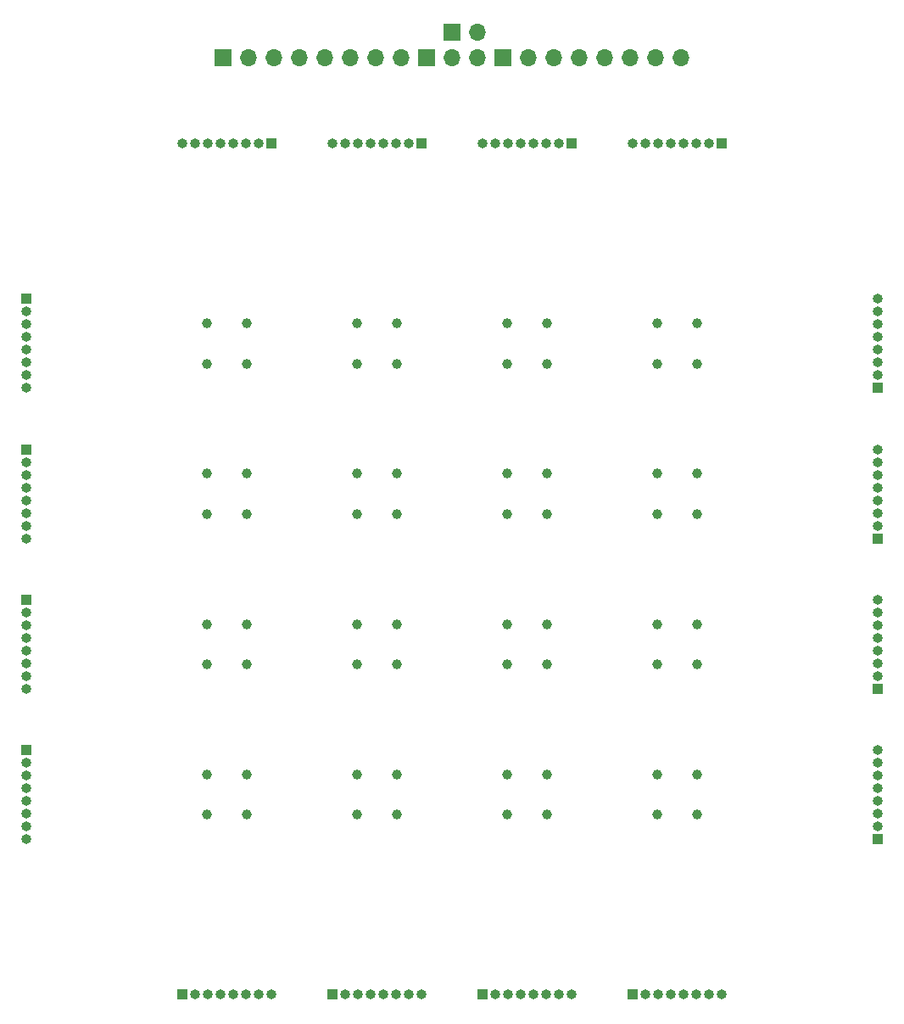
<source format=gbs>
G04 #@! TF.GenerationSoftware,KiCad,Pcbnew,7.0.7-7.0.7~ubuntu22.04.1*
G04 #@! TF.CreationDate,2023-08-15T12:14:28+01:00*
G04 #@! TF.ProjectId,LIS3DH_array,4c495333-4448-45f6-9172-7261792e6b69,rev?*
G04 #@! TF.SameCoordinates,Original*
G04 #@! TF.FileFunction,Soldermask,Bot*
G04 #@! TF.FilePolarity,Negative*
%FSLAX46Y46*%
G04 Gerber Fmt 4.6, Leading zero omitted, Abs format (unit mm)*
G04 Created by KiCad (PCBNEW 7.0.7-7.0.7~ubuntu22.04.1) date 2023-08-15 12:14:28*
%MOMM*%
%LPD*%
G01*
G04 APERTURE LIST*
%ADD10R,1.000000X1.000000*%
%ADD11O,1.000000X1.000000*%
%ADD12R,1.700000X1.700000*%
%ADD13O,1.700000X1.700000*%
%ADD14C,1.000000*%
G04 APERTURE END LIST*
D10*
X80025000Y-75549999D03*
D11*
X80025000Y-76819999D03*
X80025000Y-78089999D03*
X80025000Y-79359999D03*
X80025000Y-80629999D03*
X80025000Y-81899999D03*
X80025000Y-83169999D03*
X80025000Y-84439999D03*
D10*
X104450000Y-60025000D03*
D11*
X103180000Y-60025000D03*
X101910000Y-60025000D03*
X100640000Y-60025000D03*
X99370000Y-60025000D03*
X98100000Y-60025000D03*
X96830000Y-60025000D03*
X95560000Y-60025000D03*
D12*
X122500000Y-48960000D03*
D13*
X125040000Y-48960000D03*
D10*
X80025000Y-105550001D03*
D11*
X80025000Y-106820001D03*
X80025000Y-108090001D03*
X80025000Y-109360001D03*
X80025000Y-110630001D03*
X80025000Y-111900001D03*
X80025000Y-113170001D03*
X80025000Y-114440001D03*
D10*
X95550000Y-144975000D03*
D11*
X96820000Y-144975000D03*
X98090000Y-144975000D03*
X99360000Y-144975000D03*
X100630000Y-144975000D03*
X101900000Y-144975000D03*
X103170000Y-144975000D03*
X104440000Y-144975000D03*
D10*
X149450000Y-60025000D03*
D11*
X148180000Y-60025000D03*
X146910000Y-60025000D03*
X145640000Y-60025000D03*
X144370000Y-60025000D03*
X143100000Y-60025000D03*
X141830000Y-60025000D03*
X140560000Y-60025000D03*
D10*
X164975000Y-84449999D03*
D11*
X164975000Y-83179999D03*
X164975000Y-81909999D03*
X164975000Y-80639999D03*
X164975000Y-79369999D03*
X164975000Y-78099999D03*
X164975000Y-76829999D03*
X164975000Y-75559999D03*
D10*
X164975000Y-99449999D03*
D11*
X164975000Y-98179999D03*
X164975000Y-96909999D03*
X164975000Y-95639999D03*
X164975000Y-94369999D03*
X164975000Y-93099999D03*
X164975000Y-91829999D03*
X164975000Y-90559999D03*
D10*
X80025000Y-90550001D03*
D11*
X80025000Y-91820001D03*
X80025000Y-93090001D03*
X80025000Y-94360001D03*
X80025000Y-95630001D03*
X80025000Y-96900001D03*
X80025000Y-98170001D03*
X80025000Y-99440001D03*
D10*
X110550001Y-144975000D03*
D11*
X111820001Y-144975000D03*
X113090001Y-144975000D03*
X114360001Y-144975000D03*
X115630001Y-144975000D03*
X116900001Y-144975000D03*
X118170001Y-144975000D03*
X119440001Y-144975000D03*
D12*
X127580000Y-51500000D03*
D13*
X130120000Y-51500000D03*
X132660000Y-51500000D03*
X135200000Y-51500000D03*
X137740000Y-51500000D03*
X140280000Y-51500000D03*
X142820000Y-51500000D03*
X145360000Y-51500000D03*
D10*
X80025000Y-120550001D03*
D11*
X80025000Y-121820001D03*
X80025000Y-123090001D03*
X80025000Y-124360001D03*
X80025000Y-125630001D03*
X80025000Y-126900001D03*
X80025000Y-128170001D03*
X80025000Y-129440001D03*
D12*
X119960000Y-51500000D03*
D13*
X122500000Y-51500000D03*
X125040000Y-51500000D03*
D10*
X134450000Y-60025000D03*
D11*
X133180000Y-60025000D03*
X131910000Y-60025000D03*
X130640000Y-60025000D03*
X129370000Y-60025000D03*
X128100000Y-60025000D03*
X126830000Y-60025000D03*
X125560000Y-60025000D03*
D10*
X164975000Y-114449999D03*
D11*
X164975000Y-113179999D03*
X164975000Y-111909999D03*
X164975000Y-110639999D03*
X164975000Y-109369999D03*
X164975000Y-108099999D03*
X164975000Y-106829999D03*
X164975000Y-105559999D03*
D10*
X140550001Y-144975000D03*
D11*
X141820001Y-144975000D03*
X143090001Y-144975000D03*
X144360001Y-144975000D03*
X145630001Y-144975000D03*
X146900001Y-144975000D03*
X148170001Y-144975000D03*
X149440001Y-144975000D03*
D10*
X164975000Y-129450001D03*
D11*
X164975000Y-128180001D03*
X164975000Y-126910001D03*
X164975000Y-125640001D03*
X164975000Y-124370001D03*
X164975000Y-123100001D03*
X164975000Y-121830001D03*
X164975000Y-120560001D03*
D12*
X99640000Y-51500000D03*
D13*
X102180000Y-51500000D03*
X104720000Y-51500000D03*
X107260000Y-51500000D03*
X109800000Y-51500000D03*
X112340000Y-51500000D03*
X114880000Y-51500000D03*
X117420000Y-51500000D03*
D10*
X119450000Y-60025000D03*
D11*
X118180000Y-60025000D03*
X116910000Y-60025000D03*
X115640000Y-60025000D03*
X114370000Y-60025000D03*
X113100000Y-60025000D03*
X111830000Y-60025000D03*
X110560000Y-60025000D03*
D10*
X125550001Y-144975000D03*
D11*
X126820001Y-144975000D03*
X128090001Y-144975000D03*
X129360001Y-144975000D03*
X130630001Y-144975000D03*
X131900001Y-144975000D03*
X133170001Y-144975000D03*
X134440001Y-144975000D03*
D14*
X128000002Y-96999998D03*
X98000002Y-78000002D03*
X113000003Y-96999998D03*
X101999998Y-81999998D03*
X146999998Y-111999997D03*
X113000002Y-123000003D03*
X146999998Y-96999997D03*
X131999998Y-126999997D03*
X128000002Y-81999998D03*
X113000002Y-108000003D03*
X146999998Y-81999997D03*
X146999997Y-108000002D03*
X128000002Y-78000002D03*
X116999997Y-108000002D03*
X143000003Y-111999998D03*
X98000003Y-111999998D03*
X143000003Y-126999998D03*
X131999998Y-78000002D03*
X131999997Y-123000002D03*
X116999998Y-81999998D03*
X116999997Y-93000002D03*
X116999998Y-126999997D03*
X146999998Y-126999997D03*
X131999998Y-93000002D03*
X143000002Y-123000003D03*
X131999998Y-81999998D03*
X113000002Y-93000003D03*
X101999998Y-96999997D03*
X128000002Y-93000002D03*
X128000003Y-126999998D03*
X146999997Y-123000002D03*
X113000002Y-81999998D03*
X113000003Y-126999998D03*
X143000002Y-78000003D03*
X116999998Y-96999997D03*
X98000003Y-96999998D03*
X143000003Y-96999998D03*
X116999997Y-123000002D03*
X143000003Y-81999998D03*
X146999997Y-93000002D03*
X143000002Y-108000003D03*
X101999998Y-126999997D03*
X98000002Y-123000003D03*
X101999998Y-78000002D03*
X101999997Y-123000002D03*
X98000002Y-93000003D03*
X146999997Y-78000002D03*
X143000002Y-93000003D03*
X128000002Y-108000003D03*
X101999997Y-93000002D03*
X101999998Y-111999997D03*
X113000003Y-111999998D03*
X128000002Y-123000003D03*
X128000003Y-111999998D03*
X116999998Y-111999997D03*
X116999998Y-78000002D03*
X131999997Y-108000002D03*
X101999997Y-108000002D03*
X131999998Y-96999998D03*
X131999998Y-111999997D03*
X98000002Y-108000003D03*
X98000003Y-126999998D03*
X98000002Y-81999998D03*
X113000002Y-78000002D03*
M02*

</source>
